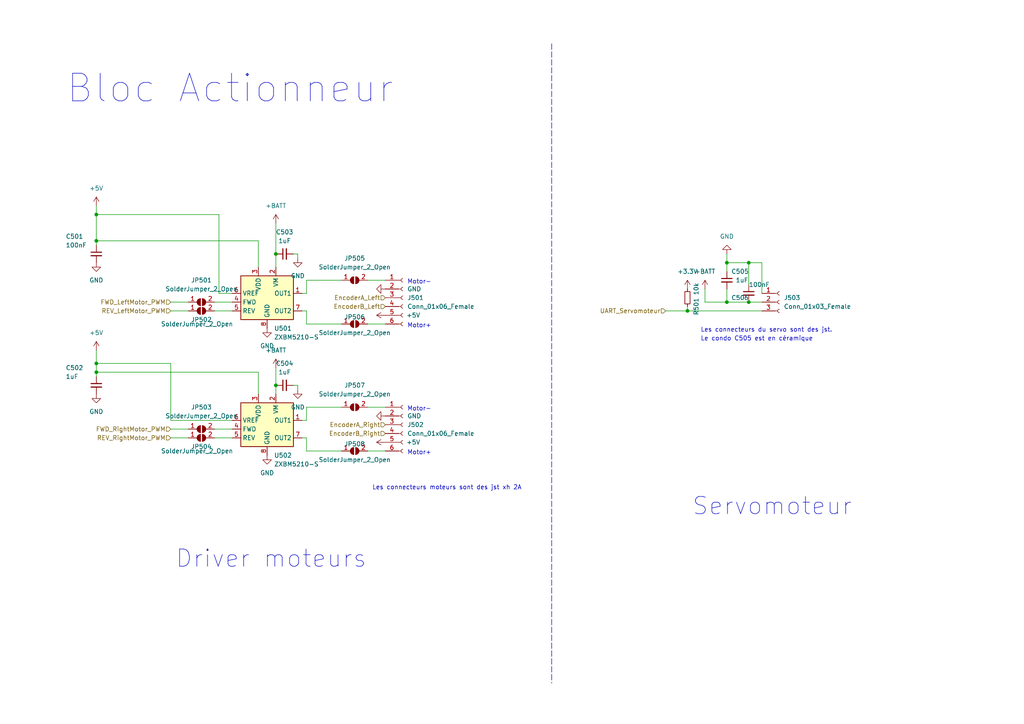
<source format=kicad_sch>
(kicad_sch (version 20211123) (generator eeschema)
  (paper "A4")
  (title_block (title "Actuators") (date "2022-10-06") (company "ENSEA"))
  (lib_symbols
    (symbol "Connector:Conn_01x03_Female" (pin_names (offset 1.016) hide)
      (property "Reference" "J" (at 0 5.08 0))
      (property "Value" "Conn_01x03_Female" (at 0 -5.08 0))
      (symbol "Conn_01x03_Female_1_1"
        (arc (start 0 -2.032) (mid -0.508 -2.54) (end 0 -3.048) (stroke (width 0.1524)))
        (polyline (pts (xy -1.27 -2.54) (xy -0.508 -2.54)) (stroke (width 0.1524)))
        (polyline (pts (xy -1.27 0) (xy -0.508 0)) (stroke (width 0.1524)))
        (polyline (pts (xy -1.27 2.54) (xy -0.508 2.54)) (stroke (width 0.1524)))
        (arc (start 0 0.508) (mid -0.508 0) (end 0 -0.508) (stroke (width 0.1524)))
        (arc (start 0 3.048) (mid -0.508 2.54) (end 0 2.032) (stroke (width 0.1524)))
        (pin passive line (at -5.08 2.54 0) (length 3.81) (name "Pin_1") (number "1"))
        (pin passive line (at -5.08 0 0) (length 3.81) (name "Pin_2") (number "2"))
        (pin passive line (at -5.08 -2.54 0) (length 3.81) (name "Pin_3") (number "3"))
      )
    )
    (symbol "Connector:Conn_01x06_Female" (pin_names (offset 1.016) hide)
      (property "Reference" "J" (at 0 7.62 0))
      (property "Value" "Conn_01x06_Female" (at 0 -10.16 0))
      (symbol "Conn_01x06_Female_1_1"
        (arc (start 0 -7.112) (mid -0.508 -7.62) (end 0 -8.128) (stroke (width 0.1524)))
        (arc (start 0 -4.572) (mid -0.508 -5.08) (end 0 -5.588) (stroke (width 0.1524)))
        (arc (start 0 -2.032) (mid -0.508 -2.54) (end 0 -3.048) (stroke (width 0.1524)))
        (polyline (pts (xy -1.27 -7.62) (xy -0.508 -7.62)) (stroke (width 0.1524)))
        (polyline (pts (xy -1.27 -5.08) (xy -0.508 -5.08)) (stroke (width 0.1524)))
        (polyline (pts (xy -1.27 -2.54) (xy -0.508 -2.54)) (stroke (width 0.1524)))
        (polyline (pts (xy -1.27 0) (xy -0.508 0)) (stroke (width 0.1524)))
        (polyline (pts (xy -1.27 2.54) (xy -0.508 2.54)) (stroke (width 0.1524)))
        (polyline (pts (xy -1.27 5.08) (xy -0.508 5.08)) (stroke (width 0.1524)))
        (arc (start 0 0.508) (mid -0.508 0) (end 0 -0.508) (stroke (width 0.1524)))
        (arc (start 0 3.048) (mid -0.508 2.54) (end 0 2.032) (stroke (width 0.1524)))
        (arc (start 0 5.588) (mid -0.508 5.08) (end 0 4.572) (stroke (width 0.1524)))
        (pin passive line (at -5.08 5.08 0) (length 3.81) (name "Pin_1") (number "1"))
        (pin passive line (at -5.08 2.54 0) (length 3.81) (name "Pin_2") (number "2"))
        (pin passive line (at -5.08 0 0) (length 3.81) (name "Pin_3") (number "3"))
        (pin passive line (at -5.08 -2.54 0) (length 3.81) (name "Pin_4") (number "4"))
        (pin passive line (at -5.08 -5.08 0) (length 3.81) (name "Pin_5") (number "5"))
        (pin passive line (at -5.08 -7.62 0) (length 3.81) (name "Pin_6") (number "6"))
      )
    )
    (symbol "Device:C_Small" (pin_numbers hide) (pin_names (offset 0.254) hide)
      (property "Reference" "C" (at 0.254 1.778 0))
      (property "Value" "C_Small" (at 0.254 -2.032 0))
      (symbol "C_Small_0_1"
        (polyline (pts (xy -1.524 -0.508) (xy 1.524 -0.508)) (stroke (width 0.3302)))
        (polyline (pts (xy -1.524 0.508) (xy 1.524 0.508)) (stroke (width 0.3048)))
      )
      (symbol "C_Small_1_1"
        (pin passive line (at 0 2.54 270) (length 2.032) (name "~") (number "1"))
        (pin passive line (at 0 -2.54 90) (length 2.032) (name "~") (number "2"))
      )
    )
    (symbol "Device:R_Small" (pin_numbers hide) (pin_names (offset 0.254) hide)
      (property "Reference" "R" (at 0.762 0.508 0))
      (property "Value" "R_Small" (at 0.762 -1.016 0))
      (symbol "R_Small_0_1"
        (rectangle (start -0.762 1.778) (end 0.762 -1.778) (stroke (width 0.2032)))
      )
      (symbol "R_Small_1_1"
        (pin passive line (at 0 2.54 270) (length 0.762) (name "~") (number "1"))
        (pin passive line (at 0 -2.54 90) (length 0.762) (name "~") (number "2"))
      )
    )
    (symbol "Driver_Motor:ZXBM5210-S"
      (property "Reference" "U" (at -7.62 8.89 0))
      (property "Value" "ZXBM5210-S" (at 10.16 8.89 0))
      (symbol "ZXBM5210-S_0_0"
        (pin output line (at 10.16 2.54 180) (length 2.54) (name "OUT1") (number "1"))
        (pin power_in line (at 2.54 10.16 270) (length 2.54) (name "VM") (number "2"))
        (pin power_in line (at -2.54 10.16 270) (length 2.54) (name "VDD") (number "3"))
        (pin input line (at -10.16 0 0) (length 2.54) (name "FWD") (number "4"))
        (pin input line (at -10.16 -2.54 0) (length 2.54) (name "REV") (number "5"))
        (pin input line (at -10.16 2.54 0) (length 2.54) (name "VREF") (number "6"))
        (pin output line (at 10.16 -2.54 180) (length 2.54) (name "OUT2") (number "7"))
        (pin power_in line (at 0 -7.62 90) (length 2.54) (name "GND") (number "8"))
      )
      (symbol "ZXBM5210-S_0_1"
        (rectangle (start -7.62 7.62) (end 7.62 -5.08) (stroke (width 0.254)) (fill (type background)))
      )
    )
    (symbol "Jumper:SolderJumper_2_Open" (pin_names (offset 0) hide)
      (property "Reference" "JP" (at 0 2.032 0))
      (property "Value" "SolderJumper_2_Open" (at 0 -2.54 0))
      (symbol "SolderJumper_2_Open_0_1"
        (arc (start -0.254 1.016) (mid -1.27 0) (end -0.254 -1.016))
        (arc (start -0.254 1.016) (mid -1.27 0) (end -0.254 -1.016) (fill (type outline)))
        (polyline (pts (xy -0.254 1.016) (xy -0.254 -1.016)))
        (polyline (pts (xy 0.254 1.016) (xy 0.254 -1.016)))
        (arc (start 0.254 -1.016) (mid 1.27 0) (end 0.254 1.016))
        (arc (start 0.254 -1.016) (mid 1.27 0) (end 0.254 1.016) (fill (type outline)))
      )
      (symbol "SolderJumper_2_Open_1_1"
        (pin passive line (at -3.81 0 0) (length 2.54) (name "A") (number "1"))
        (pin passive line (at 3.81 0 180) (length 2.54) (name "B") (number "2"))
      )
    )
    (symbol "power:+3.3V" (power) (pin_names (offset 0))
      (property "Value" "+3.3V" (at 0 3.556 0))
      (symbol "+3.3V_0_1"
        (polyline (pts (xy -0.762 1.27) (xy 0 2.54)))
        (polyline (pts (xy 0 0) (xy 0 2.54)))
        (polyline (pts (xy 0 2.54) (xy 0.762 1.27)))
      )
      (symbol "+3.3V_1_1"
        (pin power_in line (at 0 0 90) (length 0) hide (name "+3.3V") (number "1"))
      )
    )
    (symbol "power:+5V" (power) (pin_names (offset 0))
      (property "Value" "+5V" (at 0 3.556 0))
      (symbol "+5V_0_1"
        (polyline (pts (xy -0.762 1.27) (xy 0 2.54)))
        (polyline (pts (xy 0 0) (xy 0 2.54)))
        (polyline (pts (xy 0 2.54) (xy 0.762 1.27)))
      )
      (symbol "+5V_1_1"
        (pin power_in line (at 0 0 90) (length 0) hide (name "+5V") (number "1"))
      )
    )
    (symbol "power:+BATT" (power) (pin_names (offset 0))
      (property "Value" "+BATT" (at 0 3.556 0))
      (symbol "+BATT_0_1"
        (polyline (pts (xy -0.762 1.27) (xy 0 2.54)))
        (polyline (pts (xy 0 0) (xy 0 2.54)))
        (polyline (pts (xy 0 2.54) (xy 0.762 1.27)))
      )
      (symbol "+BATT_1_1"
        (pin power_in line (at 0 0 90) (length 0) hide (name "+BATT") (number "1"))
      )
    )
    (symbol "power:GND" (power) (pin_names (offset 0))
      (property "Value" "GND" (at 0 -3.81 0))
      (symbol "GND_0_1"
        (polyline (pts (xy 0 0) (xy 0 -1.27) (xy 1.27 -1.27) (xy 0 -2.54) (xy -1.27 -1.27) (xy 0 -1.27)))
      )
      (symbol "GND_1_1"
        (pin power_in line (at 0 0 270) (length 0) hide (name "GND") (number "1"))
      )
    )
  )
  (junction (at 217.17 87.63))
  (junction (at 27.94 62.23))
  (junction (at 210.82 76.2))
  (junction (at 217.17 76.2))
  (junction (at 27.94 107.95))
  (junction (at 199.39 90.17))
  (junction (at 27.94 105.41))
  (junction (at 210.82 87.63))
  (junction (at 80.01 73.66))
  (junction (at 80.01 111.76))
  (junction (at 27.94 69.85))
  (wire (pts (xy 80.01 106.68) (xy 80.01 111.76)))
  (wire (pts (xy 87.63 121.92) (xy 88.9 121.92)))
  (polyline (pts (xy 160.02 12.7) (xy 160.02 198.12)))
  (wire (pts (xy 85.09 73.66) (xy 86.36 73.66)))
  (wire (pts (xy 220.98 76.2) (xy 220.98 85.09)))
  (wire (pts (xy 49.53 124.46) (xy 54.61 124.46)))
  (wire (pts (xy 80.01 111.76) (xy 80.01 114.3)))
  (wire (pts (xy 27.94 101.6) (xy 27.94 105.41)))
  (wire (pts (xy 204.47 83.82) (xy 204.47 87.63)))
  (wire (pts (xy 88.9 130.81) (xy 88.9 127)))
  (wire (pts (xy 199.39 88.9) (xy 199.39 90.17)))
  (wire (pts (xy 106.68 118.11) (xy 111.76 118.11)))
  (wire (pts (xy 210.82 76.2) (xy 217.17 76.2)))
  (wire (pts (xy 27.94 107.95) (xy 74.93 107.95)))
  (wire (pts (xy 87.63 90.17) (xy 88.9 90.17)))
  (wire (pts (xy 85.09 111.76) (xy 86.36 111.76)))
  (wire (pts (xy 204.47 87.63) (xy 210.82 87.63)))
  (wire (pts (xy 210.82 76.2) (xy 210.82 78.74)))
  (wire (pts (xy 88.9 90.17) (xy 88.9 93.98)))
  (wire (pts (xy 74.93 107.95) (xy 74.93 114.3)))
  (wire (pts (xy 27.94 107.95) (xy 27.94 109.22)))
  (wire (pts (xy 88.9 121.92) (xy 88.9 118.11)))
  (wire (pts (xy 74.93 69.85) (xy 74.93 77.47)))
  (wire (pts (xy 49.53 87.63) (xy 54.61 87.63)))
  (wire (pts (xy 88.9 81.28) (xy 88.9 85.09)))
  (wire (pts (xy 27.94 62.23) (xy 63.5 62.23)))
  (wire (pts (xy 27.94 62.23) (xy 27.94 69.85)))
  (wire (pts (xy 210.82 87.63) (xy 217.17 87.63)))
  (wire (pts (xy 88.9 127) (xy 87.63 127)))
  (wire (pts (xy 199.39 90.17) (xy 220.98 90.17)))
  (wire (pts (xy 62.23 124.46) (xy 67.31 124.46)))
  (wire (pts (xy 27.94 69.85) (xy 74.93 69.85)))
  (wire (pts (xy 27.94 69.85) (xy 27.94 71.12)))
  (wire (pts (xy 49.53 105.41) (xy 27.94 105.41)))
  (wire (pts (xy 217.17 76.2) (xy 220.98 76.2)))
  (wire (pts (xy 106.68 130.81) (xy 111.76 130.81)))
  (wire (pts (xy 86.36 111.76) (xy 86.36 113.03)))
  (wire (pts (xy 49.53 121.92) (xy 67.31 121.92)))
  (wire (pts (xy 27.94 59.69) (xy 27.94 62.23)))
  (wire (pts (xy 62.23 90.17) (xy 67.31 90.17)))
  (wire (pts (xy 99.06 130.81) (xy 88.9 130.81)))
  (wire (pts (xy 217.17 76.2) (xy 217.17 82.55)))
  (wire (pts (xy 49.53 90.17) (xy 54.61 90.17)))
  (wire (pts (xy 86.36 74.93) (xy 86.36 73.66)))
  (wire (pts (xy 49.53 127) (xy 54.61 127)))
  (wire (pts (xy 80.01 64.77) (xy 80.01 73.66)))
  (wire (pts (xy 193.04 90.17) (xy 199.39 90.17)))
  (wire (pts (xy 210.82 83.82) (xy 210.82 87.63)))
  (wire (pts (xy 63.5 62.23) (xy 63.5 85.09)))
  (wire (pts (xy 80.01 73.66) (xy 80.01 77.47)))
  (wire (pts (xy 62.23 127) (xy 67.31 127)))
  (wire (pts (xy 88.9 93.98) (xy 99.06 93.98)))
  (wire (pts (xy 99.06 81.28) (xy 88.9 81.28)))
  (wire (pts (xy 88.9 118.11) (xy 99.06 118.11)))
  (wire (pts (xy 67.31 85.09) (xy 63.5 85.09)))
  (wire (pts (xy 106.68 93.98) (xy 111.76 93.98)))
  (wire (pts (xy 27.94 105.41) (xy 27.94 107.95)))
  (wire (pts (xy 217.17 87.63) (xy 220.98 87.63)))
  (wire (pts (xy 106.68 81.28) (xy 111.76 81.28)))
  (wire (pts (xy 49.53 121.92) (xy 49.53 105.41)))
  (wire (pts (xy 62.23 87.63) (xy 67.31 87.63)))
  (wire (pts (xy 88.9 85.09) (xy 87.63 85.09)))
  (wire (pts (xy 210.82 73.66) (xy 210.82 76.2)))
  (text "Driver moteurs\n" (at 50.8 165.1 0) (effects (font (size 5 5)) (justify left bottom)))
  (text "Les connecteurs moteurs sont des jst xh 2A" (at 107.95 142.24 0) (effects (font (size 1.27 1.27)) (justify left bottom)))
  (text "Motor-" (at 118.11 82.55 0) (effects (font (size 1.27 1.27)) (justify left bottom)))
  (text "Le condo C505 est en céramique\n" (at 203.2 99.06 0) (effects (font (size 1.27 1.27)) (justify left bottom)))
  (text "Motor+" (at 118.11 132.08 0) (effects (font (size 1.27 1.27)) (justify left bottom)))
  (text "Servomoteur" (at 200.66 149.86 0) (effects (font (size 5 5)) (justify left bottom)))
  (text "Motor+" (at 118.11 95.25 0) (effects (font (size 1.27 1.27)) (justify left bottom)))
  (text "Les connecteurs du servo sont des jst." (at 203.2 96.52 0) (effects (font (size 1.27 1.27)) (justify left bottom)))
  (text "Motor-" (at 118.11 119.38 0) (effects (font (size 1.27 1.27)) (justify left bottom)))
  (text "Bloc Actionneur" (at 19.05 30.48 0) (effects (font (size 8 8)) (justify left bottom)))
  (hierarchical_label "REV_LeftMotor_PWM" (shape input) (at 49.53 90.17 180))
  (hierarchical_label "UART_Servomoteur" (shape input) (at 193.04 90.17 180))
  (hierarchical_label "EncoderB_Right" (shape input) (at 111.76 125.73 180))
  (hierarchical_label "REV_RightMotor_PWM" (shape input) (at 49.53 127 180))
  (hierarchical_label "EncoderA_Right" (shape input) (at 111.76 123.19 180))
  (hierarchical_label "FWD_RightMotor_PWM" (shape input) (at 49.53 124.46 180))
  (hierarchical_label "EncoderA_Left" (shape input) (at 111.76 86.36 180))
  (hierarchical_label "FWD_LeftMotor_PWM" (shape input) (at 49.53 87.63 180))
  (hierarchical_label "EncoderB_Left" (shape input) (at 111.76 88.9 180))
  (symbol (lib_id "power:GND") (at 86.36 113.03 0) (unit 1)
    (property "Reference" "#PWR0516" (effects hide))
    (property "Value" "GND" (at 86.36 118.11 0))
  )
  (symbol (lib_id "Device:R_Small") (at 199.39 86.36 0) (unit 1)
    (property "Reference" "R501" (at 201.93 88.9 90))
    (property "Value" "10k" (at 201.93 83.82 90))
    (property "Footprint" "Resistor_SMD:R_0603_1608Metric_Pad0.98x0.95mm_HandSolder" (effects hide))
  )
  (symbol (lib_id "power:GND") (at 27.94 114.3 0) (unit 1)
    (property "Reference" "#PWR0502" (effects hide))
    (property "Value" "GND" (at 27.94 119.38 0))
  )
  (symbol (lib_id "Driver_Motor:ZXBM5210-S") (at 77.47 124.46 0) (unit 1)
    (property "Reference" "U502" (at 79.4894 132.08 0) (effects (justify left)))
    (property "Value" "ZXBM5210-S" (at 79.4894 134.62 0) (effects (justify left)))
    (property "Footprint" "Package_SO:SOIC-8_3.9x4.9mm_P1.27mm" (effects hide))
    (property "Datasheet" "https://www.diodes.com/assets/Datasheets/ZXBM5210.pdf" (effects hide))
  )
  (symbol (lib_id "power:+5V") (at 111.76 91.44 90) (unit 1)
    (property "Reference" "#PWR0510" (effects hide))
    (property "Value" "+5V" (at 121.92 91.44 90) (effects (justify left)))
  )
  (symbol (lib_id "power:GND") (at 210.82 73.66 180) (unit 1)
    (property "Reference" "#PWR0512" (effects hide))
    (property "Value" "GND" (at 210.82 68.58 0))
  )
  (symbol (lib_id "Device:C_Small") (at 82.55 111.76 90) (unit 1)
    (property "Reference" "C504" (at 82.5563 105.41 90))
    (property "Value" "1uF" (at 82.5563 107.95 90))
    (property "Footprint" "Capacitor_SMD:C_0603_1608Metric_Pad1.08x0.95mm_HandSolder" (effects hide))
  )
  (symbol (lib_id "power:+3.3V") (at 199.39 83.82 0) (unit 1)
    (property "Reference" "#PWR0512" (effects hide))
    (property "Value" "+3.3V" (at 199.39 78.74 0))
  )
  (symbol (lib_id "power:+BATT") (at 80.01 106.68 0) (unit 1)
    (property "Reference" "#PWR0508" (effects hide))
    (property "Value" "+BATT" (at 80.01 101.6 0))
  )
  (symbol (lib_id "Connector:Conn_01x03_Female") (at 226.06 87.63 0) (unit 1)
    (property "Reference" "J503" (at 227.33 86.3599 0) (effects (justify left)))
    (property "Value" "Conn_01x03_Female" (at 227.33 88.8999 0) (effects (justify left)))
    (property "Footprint" "Connector_JST:JST_XH_B3B-XH-A_1x03_P2.50mm_Vertical" (effects hide))
  )
  (symbol (lib_id "Device:C_Small") (at 210.82 81.28 0) (unit 1)
    (property "Reference" "C505" (at 212.09 78.74 0) (effects (justify left)))
    (property "Value" "1uF" (at 213.36 81.28 0) (effects (justify left)))
    (property "Footprint" "Capacitor_THT:C_Radial_D5.0mm_H5.0mm_P2.00mm" (effects hide))
  )
  (symbol (lib_id "power:GND") (at 111.76 120.65 270) (unit 1)
    (property "Reference" "#PWR?" (effects hide))
    (property "Value" "GND" (at 118.11 120.65 90) (effects (justify left)))
  )
  (symbol (lib_id "Jumper:SolderJumper_2_Open") (at 58.42 90.17 0) (unit 1)
    (property "Reference" "JP502" (at 58.42 92.71 0))
    (property "Value" "SolderJumper_2_Open" (at 57.15 93.98 0))
    (property "Footprint" "Jumper:SolderJumper-2_P1.3mm_Open_TrianglePad1.0x1.5mm" (effects hide))
  )
  (symbol (lib_id "Jumper:SolderJumper_2_Open") (at 58.42 87.63 0) (unit 1)
    (property "Reference" "JP501" (at 58.42 81.28 0))
    (property "Value" "SolderJumper_2_Open" (at 58.42 83.82 0))
    (property "Footprint" "Jumper:SolderJumper-2_P1.3mm_Open_TrianglePad1.0x1.5mm" (effects hide))
  )
  (symbol (lib_id "power:+5V") (at 27.94 101.6 0) (unit 1)
    (property "Reference" "#PWR0503" (effects hide))
    (property "Value" "+5V" (at 27.94 96.52 0))
  )
  (symbol (lib_id "Device:C_Small") (at 27.94 111.76 0) (unit 1)
    (property "Reference" "C502" (at 19.05 106.68 0) (effects (justify left)))
    (property "Value" "1uF" (at 19.05 109.22 0) (effects (justify left)))
    (property "Footprint" "Capacitor_SMD:C_0603_1608Metric_Pad1.08x0.95mm_HandSolder" (effects hide))
  )
  (symbol (lib_id "Jumper:SolderJumper_2_Open") (at 102.87 130.81 0) (unit 1)
    (property "Reference" "JP508" (at 102.87 128.778 0))
    (property "Value" "SolderJumper_2_Open" (at 102.87 133.35 0))
    (property "Footprint" "Jumper:SolderJumper-2_P1.3mm_Open_TrianglePad1.0x1.5mm" (effects hide))
  )
  (symbol (lib_id "power:GND") (at 86.36 74.93 0) (unit 1)
    (property "Reference" "#PWR0515" (effects hide))
    (property "Value" "GND" (at 86.36 80.01 0))
  )
  (symbol (lib_id "Device:C_Small") (at 217.17 85.09 0) (unit 1)
    (property "Reference" "C506" (at 212.09 86.36 0) (effects (justify left)))
    (property "Value" "100nF" (at 217.17 82.55 0) (effects (justify left)))
    (property "Footprint" "Capacitor_SMD:C_0603_1608Metric_Pad1.08x0.95mm_HandSolder" (effects hide))
  )
  (symbol (lib_id "Driver_Motor:ZXBM5210-S") (at 77.47 87.63 0) (unit 1)
    (property "Reference" "U501" (at 79.4894 95.25 0) (effects (justify left)))
    (property "Value" "ZXBM5210-S" (at 79.4894 97.79 0) (effects (justify left)))
    (property "Footprint" "Package_SO:SOIC-8_3.9x4.9mm_P1.27mm" (effects hide))
    (property "Datasheet" "https://www.diodes.com/assets/Datasheets/ZXBM5210.pdf" (effects hide))
  )
  (symbol (lib_id "Jumper:SolderJumper_2_Open") (at 58.42 127 0) (unit 1)
    (property "Reference" "JP504" (at 58.42 129.54 0))
    (property "Value" "SolderJumper_2_Open" (at 57.15 130.81 0))
    (property "Footprint" "Jumper:SolderJumper-2_P1.3mm_Open_TrianglePad1.0x1.5mm" (effects hide))
  )
  (symbol (lib_id "Jumper:SolderJumper_2_Open") (at 102.87 81.28 0) (unit 1)
    (property "Reference" "JP505" (at 102.87 74.93 0))
    (property "Value" "SolderJumper_2_Open" (at 102.87 77.47 0))
    (property "Footprint" "Jumper:SolderJumper-2_P1.3mm_Open_TrianglePad1.0x1.5mm" (effects hide))
  )
  (symbol (lib_id "power:+5V") (at 111.76 128.27 90) (unit 1)
    (property "Reference" "#PWR0517" (effects hide))
    (property "Value" "+5V" (at 121.92 128.27 90) (effects (justify left)))
  )
  (symbol (lib_id "power:GND") (at 77.47 95.25 0) (unit 1)
    (property "Reference" "#PWR0505" (effects hide))
    (property "Value" "GND" (at 77.47 100.33 0))
  )
  (symbol (lib_id "Jumper:SolderJumper_2_Open") (at 102.87 93.98 0) (unit 1)
    (property "Reference" "JP506" (at 102.87 91.948 0))
    (property "Value" "SolderJumper_2_Open" (at 102.87 96.52 0))
    (property "Footprint" "Jumper:SolderJumper-2_P1.3mm_Open_TrianglePad1.0x1.5mm" (effects hide))
  )
  (symbol (lib_id "power:GND") (at 77.47 132.08 0) (unit 1)
    (property "Reference" "#PWR0506" (effects hide))
    (property "Value" "GND" (at 77.47 137.16 0))
  )
  (symbol (lib_id "Connector:Conn_01x06_Female") (at 116.84 123.19 0) (unit 1)
    (property "Reference" "J502" (at 118.11 123.1899 0) (effects (justify left)))
    (property "Value" "Conn_01x06_Female" (at 118.11 125.7299 0) (effects (justify left)))
    (property "Footprint" "Connector_JST:JST_XH_B6B-XH-A_1x06_P2.50mm_Vertical" (effects hide))
  )
  (symbol (lib_id "Jumper:SolderJumper_2_Open") (at 102.87 118.11 0) (unit 1)
    (property "Reference" "JP507" (at 102.87 111.76 0))
    (property "Value" "SolderJumper_2_Open" (at 102.87 114.3 0))
    (property "Footprint" "Jumper:SolderJumper-2_P1.3mm_Open_TrianglePad1.0x1.5mm" (effects hide))
  )
  (symbol (lib_id "power:+BATT") (at 80.01 64.77 0) (unit 1)
    (property "Reference" "#PWR0507" (effects hide))
    (property "Value" "+BATT" (at 80.01 59.69 0))
  )
  (symbol (lib_id "power:+BATT") (at 204.47 83.82 0) (unit 1)
    (property "Reference" "#PWR0511" (effects hide))
    (property "Value" "+BATT" (at 204.47 78.74 0))
  )
  (symbol (lib_id "Jumper:SolderJumper_2_Open") (at 58.42 124.46 0) (unit 1)
    (property "Reference" "JP503" (at 58.42 118.11 0))
    (property "Value" "SolderJumper_2_Open" (at 58.42 120.65 0))
    (property "Footprint" "Jumper:SolderJumper-2_P1.3mm_Open_TrianglePad1.0x1.5mm" (effects hide))
  )
  (symbol (lib_id "Device:C_Small") (at 82.55 73.66 90) (unit 1)
    (property "Reference" "C503" (at 82.5563 67.31 90))
    (property "Value" "1uF" (at 82.5563 69.85 90))
    (property "Footprint" "Capacitor_SMD:C_0603_1608Metric_Pad1.08x0.95mm_HandSolder" (effects hide))
  )
  (symbol (lib_id "Connector:Conn_01x06_Female") (at 116.84 86.36 0) (unit 1)
    (property "Reference" "J501" (at 118.11 86.3599 0) (effects (justify left)))
    (property "Value" "Conn_01x06_Female" (at 118.11 88.8999 0) (effects (justify left)))
    (property "Footprint" "Connector_JST:JST_XH_B6B-XH-A_1x06_P2.50mm_Vertical" (effects hide))
  )
  (symbol (lib_id "power:GND") (at 111.76 83.82 270) (unit 1)
    (property "Reference" "#PWR?" (effects hide))
    (property "Value" "GND" (at 118.11 83.82 90) (effects (justify left)))
  )
  (symbol (lib_id "Device:C_Small") (at 27.94 73.66 0) (unit 1)
    (property "Reference" "C501" (at 19.05 68.58 0) (effects (justify left)))
    (property "Value" "100nF" (at 19.05 71.12 0) (effects (justify left)))
    (property "Footprint" "Capacitor_SMD:C_0603_1608Metric_Pad1.08x0.95mm_HandSolder" (effects hide))
  )
  (symbol (lib_id "power:GND") (at 27.94 76.2 0) (unit 1)
    (property "Reference" "#PWR0502" (effects hide))
    (property "Value" "GND" (at 27.94 81.28 0))
  )
  (symbol (lib_id "power:+5V") (at 27.94 59.69 0) (unit 1)
    (property "Reference" "#PWR0501" (effects hide))
    (property "Value" "+5V" (at 27.94 54.61 0))
  )
)
</source>
